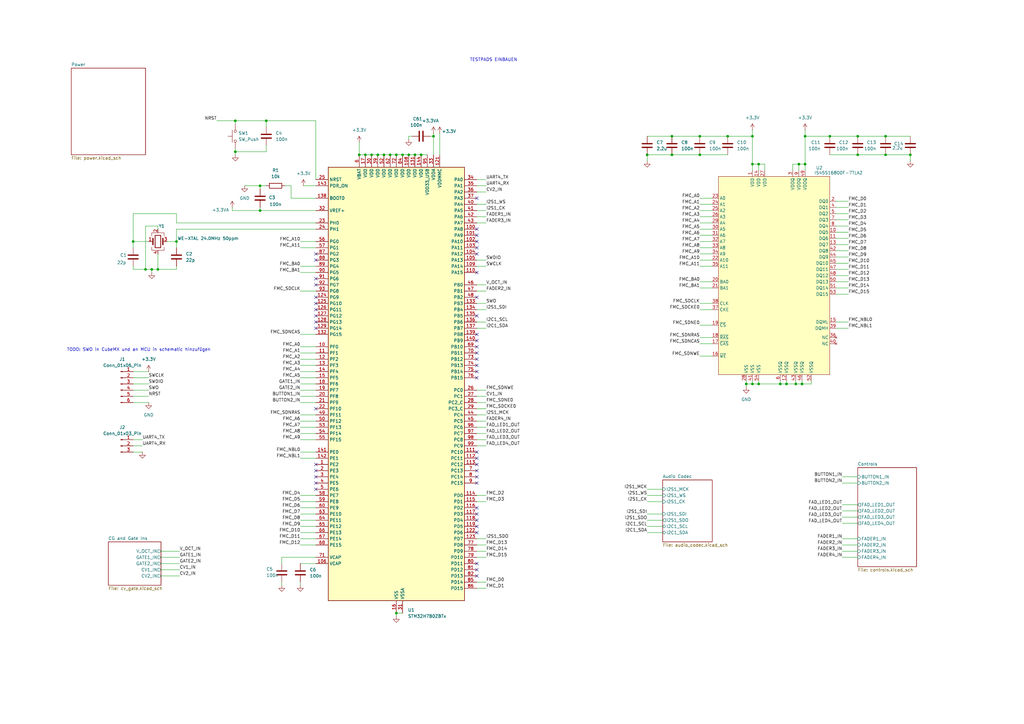
<source format=kicad_sch>
(kicad_sch (version 20231120) (generator "eeschema") (generator_version "8.0")
  (paper "A3")
  (junction (at 330.2 55.88))
  (junction (at 162.56 63.5))
  (junction (at 326.39 157.48))
  (junction (at 165.1 63.5))
  (junction (at 275.59 55.88))
  (junction (at 351.79 55.88))
  (junction (at 351.79 63.5))
  (junction (at 327.66 67.31))
  (junction (at 59.69 110.49))
  (junction (at 167.64 63.5))
  (junction (at 160.02 63.5))
  (junction (at 308.61 157.48))
  (junction (at 177.8 55.88))
  (junction (at 363.22 55.88))
  (junction (at 363.22 63.5))
  (junction (at 96.52 62.23))
  (junction (at 106.68 86.36))
  (junction (at 330.2 67.31))
  (junction (at 62.23 110.49))
  (junction (at 287.02 63.5))
  (junction (at 308.61 67.31))
  (junction (at 311.15 67.31))
  (junction (at 170.18 63.5))
  (junction (at 172.72 63.5))
  (junction (at 287.02 55.88))
  (junction (at 265.43 63.5))
  (junction (at 340.36 55.88))
  (junction (at 149.86 63.5))
  (junction (at 320.04 157.48))
  (junction (at 64.77 110.49))
  (junction (at 96.52 49.53))
  (junction (at 298.45 55.88))
  (junction (at 152.4 63.5))
  (junction (at 54.61 99.06))
  (junction (at 157.48 63.5))
  (junction (at 109.22 49.53))
  (junction (at 72.39 99.06))
  (junction (at 322.58 157.48))
  (junction (at 162.56 251.46))
  (junction (at 311.15 157.48))
  (junction (at 147.32 63.5))
  (junction (at 308.61 55.88))
  (junction (at 154.94 63.5))
  (junction (at 373.38 63.5))
  (junction (at 328.93 157.48))
  (junction (at 106.68 76.2))
  (junction (at 275.59 63.5))
  (junction (at 306.07 157.48))
  (no_connect (at 195.58 198.12))
  (no_connect (at 195.58 231.14))
  (no_connect (at 129.54 116.84))
  (no_connect (at 129.54 121.92))
  (no_connect (at 195.58 190.5))
  (no_connect (at 195.58 101.6))
  (no_connect (at 195.58 208.28))
  (no_connect (at 195.58 218.44))
  (no_connect (at 195.58 137.16))
  (no_connect (at 195.58 104.14))
  (no_connect (at 195.58 93.98))
  (no_connect (at 195.58 121.92))
  (no_connect (at 195.58 236.22))
  (no_connect (at 195.58 154.94))
  (no_connect (at 129.54 127))
  (no_connect (at 129.54 124.46))
  (no_connect (at 195.58 139.7))
  (no_connect (at 195.58 81.28))
  (no_connect (at 195.58 99.06))
  (no_connect (at 129.54 114.3))
  (no_connect (at 195.58 152.4))
  (no_connect (at 195.58 195.58))
  (no_connect (at 129.54 167.64))
  (no_connect (at 195.58 215.9))
  (no_connect (at 129.54 193.04))
  (no_connect (at 129.54 104.14))
  (no_connect (at 129.54 200.66))
  (no_connect (at 195.58 187.96))
  (no_connect (at 195.58 129.54))
  (no_connect (at 195.58 147.32))
  (no_connect (at 195.58 111.76))
  (no_connect (at 129.54 198.12))
  (no_connect (at 129.54 106.68))
  (no_connect (at 195.58 142.24))
  (no_connect (at 129.54 129.54))
  (no_connect (at 195.58 233.68))
  (no_connect (at 195.58 193.04))
  (no_connect (at 195.58 144.78))
  (no_connect (at 129.54 190.5))
  (no_connect (at 129.54 195.58))
  (no_connect (at 195.58 149.86))
  (no_connect (at 129.54 134.62))
  (no_connect (at 129.54 132.08))
  (no_connect (at 195.58 96.52))
  (no_connect (at 195.58 213.36))
  (no_connect (at 195.58 185.42))
  (no_connect (at 195.58 210.82))
  (wire (pts (xy 347.98 105.41) (xy 342.9 105.41)))
  (wire (pts (xy 129.54 86.36) (xy 106.68 86.36)))
  (wire (pts (xy 54.61 152.4) (xy 60.96 152.4)))
  (wire (pts (xy 287.02 146.05) (xy 292.1 146.05)))
  (wire (pts (xy 62.23 110.49) (xy 64.77 110.49)))
  (wire (pts (xy 287.02 86.36) (xy 292.1 86.36)))
  (wire (pts (xy 96.52 49.53) (xy 109.22 49.53)))
  (wire (pts (xy 59.69 92.71) (xy 59.69 110.49)))
  (wire (pts (xy 157.48 63.5) (xy 160.02 63.5)))
  (wire (pts (xy 342.9 134.62) (xy 347.98 134.62)))
  (wire (pts (xy 298.45 55.88) (xy 308.61 55.88)))
  (wire (pts (xy 123.19 238.76) (xy 123.19 240.03)))
  (wire (pts (xy 123.19 177.8) (xy 129.54 177.8)))
  (wire (pts (xy 308.61 156.21) (xy 308.61 157.48)))
  (wire (pts (xy 373.38 63.5) (xy 363.22 63.5)))
  (wire (pts (xy 123.19 215.9) (xy 129.54 215.9)))
  (wire (pts (xy 347.98 92.71) (xy 342.9 92.71)))
  (wire (pts (xy 154.94 63.5) (xy 157.48 63.5)))
  (wire (pts (xy 195.58 78.74) (xy 199.39 78.74)))
  (wire (pts (xy 320.04 157.48) (xy 322.58 157.48)))
  (wire (pts (xy 54.61 99.06) (xy 60.96 99.06)))
  (wire (pts (xy 328.93 157.48) (xy 332.74 157.48)))
  (wire (pts (xy 88.9 49.53) (xy 96.52 49.53)))
  (wire (pts (xy 287.02 99.06) (xy 292.1 99.06)))
  (wire (pts (xy 308.61 67.31) (xy 308.61 69.85)))
  (wire (pts (xy 195.58 241.3) (xy 199.39 241.3)))
  (wire (pts (xy 170.18 63.5) (xy 172.72 63.5)))
  (wire (pts (xy 306.07 157.48) (xy 306.07 158.75)))
  (wire (pts (xy 195.58 88.9) (xy 199.39 88.9)))
  (wire (pts (xy 342.9 132.08) (xy 347.98 132.08)))
  (wire (pts (xy 195.58 116.84) (xy 199.39 116.84)))
  (wire (pts (xy 313.69 67.31) (xy 313.69 69.85)))
  (wire (pts (xy 123.19 208.28) (xy 129.54 208.28)))
  (wire (pts (xy 160.02 63.5) (xy 162.56 63.5)))
  (wire (pts (xy 54.61 87.63) (xy 54.61 99.06)))
  (wire (pts (xy 66.04 228.6) (xy 73.66 228.6)))
  (wire (pts (xy 115.57 238.76) (xy 115.57 240.03)))
  (wire (pts (xy 311.15 157.48) (xy 320.04 157.48)))
  (wire (pts (xy 54.61 162.56) (xy 60.96 162.56)))
  (wire (pts (xy 195.58 134.62) (xy 199.39 134.62)))
  (wire (pts (xy 54.61 180.34) (xy 58.42 180.34)))
  (wire (pts (xy 195.58 167.64) (xy 199.39 167.64)))
  (wire (pts (xy 287.02 55.88) (xy 298.45 55.88)))
  (wire (pts (xy 322.58 156.21) (xy 322.58 157.48)))
  (wire (pts (xy 345.44 207.01) (xy 351.79 207.01)))
  (wire (pts (xy 123.19 154.94) (xy 129.54 154.94)))
  (wire (pts (xy 72.39 110.49) (xy 72.39 109.22)))
  (wire (pts (xy 265.43 210.82) (xy 271.78 210.82)))
  (wire (pts (xy 265.43 63.5) (xy 265.43 66.04)))
  (wire (pts (xy 287.02 81.28) (xy 292.1 81.28)))
  (wire (pts (xy 109.22 76.2) (xy 106.68 76.2)))
  (wire (pts (xy 347.98 110.49) (xy 342.9 110.49)))
  (wire (pts (xy 119.38 81.28) (xy 129.54 81.28)))
  (wire (pts (xy 96.52 63.5) (xy 96.52 62.23)))
  (wire (pts (xy 287.02 88.9) (xy 292.1 88.9)))
  (wire (pts (xy 287.02 124.46) (xy 292.1 124.46)))
  (wire (pts (xy 162.56 252.73) (xy 162.56 251.46)))
  (wire (pts (xy 195.58 132.08) (xy 199.39 132.08)))
  (wire (pts (xy 195.58 109.22) (xy 199.39 109.22)))
  (wire (pts (xy 195.58 76.2) (xy 199.39 76.2)))
  (wire (pts (xy 106.68 76.2) (xy 100.33 76.2)))
  (wire (pts (xy 54.61 165.1) (xy 60.96 165.1)))
  (wire (pts (xy 308.61 55.88) (xy 308.61 67.31)))
  (wire (pts (xy 265.43 205.74) (xy 271.78 205.74)))
  (wire (pts (xy 327.66 67.31) (xy 325.12 67.31)))
  (wire (pts (xy 106.68 86.36) (xy 95.25 86.36)))
  (wire (pts (xy 347.98 100.33) (xy 342.9 100.33)))
  (wire (pts (xy 129.54 228.6) (xy 115.57 228.6)))
  (wire (pts (xy 123.19 144.78) (xy 129.54 144.78)))
  (wire (pts (xy 351.79 55.88) (xy 340.36 55.88)))
  (wire (pts (xy 66.04 231.14) (xy 73.66 231.14)))
  (wire (pts (xy 195.58 238.76) (xy 199.39 238.76)))
  (wire (pts (xy 199.39 172.72) (xy 195.58 172.72)))
  (wire (pts (xy 180.34 54.61) (xy 180.34 63.5)))
  (wire (pts (xy 54.61 157.48) (xy 60.96 157.48)))
  (wire (pts (xy 116.84 76.2) (xy 119.38 76.2)))
  (wire (pts (xy 54.61 110.49) (xy 54.61 109.22)))
  (wire (pts (xy 123.19 165.1) (xy 129.54 165.1)))
  (wire (pts (xy 345.44 195.58) (xy 351.79 195.58)))
  (wire (pts (xy 64.77 104.14) (xy 64.77 110.49)))
  (wire (pts (xy 308.61 67.31) (xy 311.15 67.31)))
  (wire (pts (xy 59.69 110.49) (xy 62.23 110.49)))
  (wire (pts (xy 72.39 91.44) (xy 129.54 91.44)))
  (wire (pts (xy 195.58 175.26) (xy 199.39 175.26)))
  (wire (pts (xy 123.19 142.24) (xy 129.54 142.24)))
  (wire (pts (xy 342.9 87.63) (xy 347.98 87.63)))
  (wire (pts (xy 147.32 58.42) (xy 147.32 63.5)))
  (wire (pts (xy 320.04 156.21) (xy 320.04 157.48)))
  (wire (pts (xy 54.61 110.49) (xy 59.69 110.49)))
  (wire (pts (xy 345.44 209.55) (xy 351.79 209.55)))
  (wire (pts (xy 62.23 110.49) (xy 62.23 111.76)))
  (wire (pts (xy 342.9 82.55) (xy 347.98 82.55)))
  (wire (pts (xy 347.98 102.87) (xy 342.9 102.87)))
  (wire (pts (xy 54.61 154.94) (xy 60.96 154.94)))
  (wire (pts (xy 199.39 119.38) (xy 195.58 119.38)))
  (wire (pts (xy 123.19 162.56) (xy 129.54 162.56)))
  (wire (pts (xy 123.19 220.98) (xy 129.54 220.98)))
  (wire (pts (xy 66.04 233.68) (xy 73.66 233.68)))
  (wire (pts (xy 345.44 214.63) (xy 351.79 214.63)))
  (wire (pts (xy 54.61 182.88) (xy 58.42 182.88)))
  (wire (pts (xy 287.02 106.68) (xy 292.1 106.68)))
  (wire (pts (xy 195.58 160.02) (xy 199.39 160.02)))
  (wire (pts (xy 54.61 87.63) (xy 72.39 87.63)))
  (wire (pts (xy 123.19 187.96) (xy 129.54 187.96)))
  (wire (pts (xy 373.38 55.88) (xy 363.22 55.88)))
  (wire (pts (xy 287.02 83.82) (xy 292.1 83.82)))
  (wire (pts (xy 195.58 180.34) (xy 199.39 180.34)))
  (wire (pts (xy 172.72 63.5) (xy 175.26 63.5)))
  (wire (pts (xy 287.02 140.97) (xy 292.1 140.97)))
  (wire (pts (xy 123.19 185.42) (xy 129.54 185.42)))
  (wire (pts (xy 123.19 149.86) (xy 129.54 149.86)))
  (wire (pts (xy 306.07 156.21) (xy 306.07 157.48)))
  (wire (pts (xy 332.74 157.48) (xy 332.74 156.21)))
  (wire (pts (xy 306.07 157.48) (xy 308.61 157.48)))
  (wire (pts (xy 66.04 226.06) (xy 73.66 226.06)))
  (wire (pts (xy 327.66 67.31) (xy 327.66 69.85)))
  (wire (pts (xy 123.19 172.72) (xy 129.54 172.72)))
  (wire (pts (xy 265.43 218.44) (xy 271.78 218.44)))
  (wire (pts (xy 123.19 203.2) (xy 129.54 203.2)))
  (wire (pts (xy 72.39 87.63) (xy 72.39 91.44)))
  (wire (pts (xy 287.02 133.35) (xy 292.1 133.35)))
  (wire (pts (xy 162.56 63.5) (xy 165.1 63.5)))
  (wire (pts (xy 265.43 215.9) (xy 271.78 215.9)))
  (wire (pts (xy 54.61 101.6) (xy 54.61 99.06)))
  (wire (pts (xy 177.8 55.88) (xy 177.8 63.5)))
  (wire (pts (xy 287.02 96.52) (xy 292.1 96.52)))
  (wire (pts (xy 72.39 101.6) (xy 72.39 99.06)))
  (wire (pts (xy 265.43 55.88) (xy 275.59 55.88)))
  (wire (pts (xy 195.58 205.74) (xy 199.39 205.74)))
  (wire (pts (xy 109.22 59.69) (xy 109.22 62.23)))
  (wire (pts (xy 167.64 63.5) (xy 170.18 63.5)))
  (wire (pts (xy 109.22 49.53) (xy 109.22 52.07)))
  (wire (pts (xy 275.59 55.88) (xy 287.02 55.88)))
  (wire (pts (xy 275.59 63.5) (xy 287.02 63.5)))
  (wire (pts (xy 109.22 49.53) (xy 129.54 49.53)))
  (wire (pts (xy 342.9 90.17) (xy 347.98 90.17)))
  (wire (pts (xy 152.4 63.5) (xy 154.94 63.5)))
  (wire (pts (xy 123.19 210.82) (xy 129.54 210.82)))
  (wire (pts (xy 287.02 101.6) (xy 292.1 101.6)))
  (wire (pts (xy 287.02 91.44) (xy 292.1 91.44)))
  (wire (pts (xy 345.44 228.6) (xy 351.79 228.6)))
  (wire (pts (xy 66.04 236.22) (xy 73.66 236.22)))
  (wire (pts (xy 123.19 180.34) (xy 129.54 180.34)))
  (wire (pts (xy 115.57 228.6) (xy 115.57 231.14)))
  (wire (pts (xy 347.98 95.25) (xy 342.9 95.25)))
  (wire (pts (xy 328.93 156.21) (xy 328.93 157.48)))
  (wire (pts (xy 54.61 185.42) (xy 58.42 185.42)))
  (wire (pts (xy 123.19 223.52) (xy 129.54 223.52)))
  (wire (pts (xy 308.61 157.48) (xy 311.15 157.48)))
  (wire (pts (xy 345.44 220.98) (xy 351.79 220.98)))
  (wire (pts (xy 287.02 109.22) (xy 292.1 109.22)))
  (wire (pts (xy 199.39 91.44) (xy 195.58 91.44)))
  (wire (pts (xy 340.36 55.88) (xy 330.2 55.88)))
  (wire (pts (xy 195.58 73.66) (xy 199.39 73.66)))
  (wire (pts (xy 123.19 111.76) (xy 129.54 111.76)))
  (wire (pts (xy 123.19 213.36) (xy 129.54 213.36)))
  (wire (pts (xy 123.19 231.14) (xy 129.54 231.14)))
  (wire (pts (xy 129.54 160.02) (xy 123.19 160.02)))
  (wire (pts (xy 119.38 76.2) (xy 119.38 81.28)))
  (wire (pts (xy 109.22 62.23) (xy 96.52 62.23)))
  (wire (pts (xy 195.58 226.06) (xy 199.39 226.06)))
  (wire (pts (xy 72.39 93.98) (xy 129.54 93.98)))
  (wire (pts (xy 177.8 54.61) (xy 177.8 55.88)))
  (wire (pts (xy 195.58 165.1) (xy 199.39 165.1)))
  (wire (pts (xy 124.46 76.2) (xy 129.54 76.2)))
  (wire (pts (xy 311.15 67.31) (xy 313.69 67.31)))
  (wire (pts (xy 96.52 49.53) (xy 96.52 50.8)))
  (wire (pts (xy 330.2 69.85) (xy 330.2 67.31)))
  (wire (pts (xy 363.22 63.5) (xy 351.79 63.5)))
  (wire (pts (xy 165.1 63.5) (xy 167.64 63.5)))
  (wire (pts (xy 345.44 212.09) (xy 351.79 212.09)))
  (wire (pts (xy 311.15 156.21) (xy 311.15 157.48)))
  (wire (pts (xy 123.19 175.26) (xy 129.54 175.26)))
  (wire (pts (xy 287.02 104.14) (xy 292.1 104.14)))
  (wire (pts (xy 287.02 63.5) (xy 298.45 63.5)))
  (wire (pts (xy 162.56 251.46) (xy 165.1 251.46)))
  (wire (pts (xy 195.58 124.46) (xy 199.39 124.46)))
  (wire (pts (xy 147.32 63.5) (xy 149.86 63.5)))
  (wire (pts (xy 195.58 182.88) (xy 199.39 182.88)))
  (wire (pts (xy 195.58 83.82) (xy 199.39 83.82)))
  (wire (pts (xy 195.58 220.98) (xy 199.39 220.98)))
  (wire (pts (xy 326.39 157.48) (xy 328.93 157.48)))
  (wire (pts (xy 195.58 162.56) (xy 199.39 162.56)))
  (wire (pts (xy 287.02 118.11) (xy 292.1 118.11)))
  (wire (pts (xy 96.52 60.96) (xy 96.52 62.23)))
  (wire (pts (xy 342.9 115.57) (xy 347.98 115.57)))
  (wire (pts (xy 325.12 67.31) (xy 325.12 69.85)))
  (wire (pts (xy 123.19 109.22) (xy 129.54 109.22)))
  (wire (pts (xy 106.68 85.09) (xy 106.68 86.36)))
  (wire (pts (xy 123.19 137.16) (xy 129.54 137.16)))
  (wire (pts (xy 265.43 213.36) (xy 271.78 213.36)))
  (wire (pts (xy 347.98 107.95) (xy 342.9 107.95)))
  (wire (pts (xy 195.58 177.8) (xy 199.39 177.8)))
  (wire (pts (xy 265.43 200.66) (xy 271.78 200.66)))
  (wire (pts (xy 347.98 113.03) (xy 342.9 113.03)))
  (wire (pts (xy 64.77 92.71) (xy 64.77 93.98)))
  (wire (pts (xy 265.43 203.2) (xy 271.78 203.2)))
  (wire (pts (xy 287.02 115.57) (xy 292.1 115.57)))
  (wire (pts (xy 68.58 99.06) (xy 72.39 99.06)))
  (wire (pts (xy 342.9 118.11) (xy 347.98 118.11)))
  (wire (pts (xy 195.58 127) (xy 199.39 127)))
  (wire (pts (xy 342.9 120.65) (xy 347.98 120.65)))
  (wire (pts (xy 123.19 119.38) (xy 129.54 119.38)))
  (wire (pts (xy 345.44 198.12) (xy 351.79 198.12)))
  (wire (pts (xy 123.19 101.6) (xy 129.54 101.6)))
  (wire (pts (xy 330.2 67.31) (xy 327.66 67.31)))
  (wire (pts (xy 72.39 93.98) (xy 72.39 99.06)))
  (wire (pts (xy 123.19 99.06) (xy 129.54 99.06)))
  (wire (pts (xy 123.19 205.74) (xy 129.54 205.74)))
  (wire (pts (xy 345.44 223.52) (xy 351.79 223.52)))
  (wire (pts (xy 176.53 55.88) (xy 177.8 55.88)))
  (wire (pts (xy 308.61 55.88) (xy 308.61 53.34)))
  (wire (pts (xy 351.79 63.5) (xy 340.36 63.5)))
  (wire (pts (xy 345.44 226.06) (xy 351.79 226.06)))
  (wire (pts (xy 373.38 63.5) (xy 373.38 66.04)))
  (wire (pts (xy 195.58 203.2) (xy 199.39 203.2)))
  (wire (pts (xy 167.64 55.88) (xy 168.91 55.88)))
  (wire (pts (xy 347.98 97.79) (xy 342.9 97.79)))
  (wire (pts (xy 195.58 228.6) (xy 199.39 228.6)))
  (wire (pts (xy 54.61 160.02) (xy 60.96 160.02)))
  (wire (pts (xy 322.58 157.48) (xy 326.39 157.48)))
  (wire (pts (xy 311.15 67.31) (xy 311.15 69.85)))
  (wire (pts (xy 95.25 85.09) (xy 95.25 86.36)))
  (wire (pts (xy 195.58 106.68) (xy 199.39 106.68)))
  (wire (pts (xy 64.77 92.71) (xy 59.69 92.71)))
  (wire (pts (xy 123.19 170.18) (xy 129.54 170.18)))
  (wire (pts (xy 195.58 86.36) (xy 199.39 86.36)))
  (wire (pts (xy 123.19 152.4) (xy 129.54 152.4)))
  (wire (pts (xy 265.43 63.5) (xy 275.59 63.5)))
  (wire (pts (xy 149.86 63.5) (xy 152.4 63.5)))
  (wire (pts (xy 64.77 110.49) (xy 72.39 110.49)))
  (wire (pts (xy 123.19 218.44) (xy 129.54 218.44)))
  (wire (pts (xy 195.58 170.18) (xy 199.39 170.18)))
  (wire (pts (xy 123.19 147.32) (xy 129.54 147.32)))
  (wire (pts (xy 195.58 223.52) (xy 199.39 223.52)))
  (wire (pts (xy 287.02 93.98) (xy 292.1 93.98)))
  (wire (pts (xy 129.54 49.53) (xy 129.54 73.66)))
  (wire (pts (xy 167.64 57.15) (xy 167.64 55.88)))
  (wire (pts (xy 330.2 55.88) (xy 330.2 53.34)))
  (wire (pts (xy 342.9 85.09) (xy 347.98 85.09)))
  (wire (pts (xy 287.02 127) (xy 292.1 127)))
  (wire (pts (xy 363.22 55.88) (xy 351.79 55.88)))
  (wire (pts (xy 330.2 55.88) (xy 330.2 67.31)))
  (wire (pts (xy 326.39 156.21) (xy 326.39 157.48)))
  (wire (pts (xy 129.54 157.48) (xy 123.19 157.48)))
  (wire (pts (xy 106.68 77.47) (xy 106.68 76.2)))
  (wire (pts (xy 287.02 138.43) (xy 292.1 138.43)))
  (text "TESTPADS EINBAUEN" (at 202.438 24.638 0) (effects (font (size 1.27 1.27))))
  (text "TODO: SWO in CubeMX und an MCU in schematic hinzufügen" (at 56.896 143.51 0) (effects (font (size 1.27 1.27))))
  (label "FADER1_IN" (at 345.44 220.98 180))
  (label "FMC_SDNCAS" (at 287.02 140.97 180))
  (label "FMC_NBL0" (at 123.19 185.42 180))
  (label "I2C1_SCL" (at 199.39 132.08 0))
  (label "FMC_A2" (at 287.02 86.36 180))
  (label "CV2_IN" (at 73.66 236.22 0))
  (label "FMC_A8" (at 287.02 101.6 180))
  (label "UART4_TX" (at 58.42 180.34 0))
  (label "I2S1_WS" (at 265.43 203.2 180))
  (label "UART4_RX" (at 199.39 76.2 0))
  (label "BUTTON1_IN" (at 123.19 162.56 180))
  (label "CV1_IN" (at 199.39 162.56 0))
  (label "FMC_D11" (at 123.19 220.98 180))
  (label "FMC_D5" (at 123.19 205.74 180))
  (label "FADER1_IN" (at 199.39 88.9 0))
  (label "FMC_A5" (at 287.02 93.98 180))
  (label "FMC_A0" (at 123.19 142.24 180))
  (label "FADER4_IN" (at 199.39 172.72 0))
  (label "I2S1_MCK" (at 199.39 170.18 0))
  (label "SWO" (at 199.39 124.46 0))
  (label "FMC_D2" (at 347.98 87.63 0))
  (label "FMC_A3" (at 123.19 149.86 180))
  (label "FMC_A10" (at 123.19 99.06 180))
  (label "FAD_LED3_OUT" (at 199.39 180.34 0))
  (label "FAD_LED1_OUT" (at 345.44 207.01 180))
  (label "FMC_D4" (at 347.98 92.71 0))
  (label "FMC_D9" (at 123.19 215.9 180))
  (label "FMC_SDCLK" (at 123.19 119.38 180))
  (label "SWCLK" (at 199.39 109.22 0))
  (label "NRST" (at 60.96 162.56 0))
  (label "FMC_D13" (at 199.39 223.52 0))
  (label "FMC_D10" (at 347.98 107.95 0))
  (label "FMC_D4" (at 123.19 203.2 180))
  (label "FMC_A2" (at 123.19 147.32 180))
  (label "FMC_A1" (at 287.02 83.82 180))
  (label "FMC_A6" (at 287.02 96.52 180))
  (label "FMC_BA0" (at 123.19 109.22 180))
  (label "FMC_A9" (at 287.02 104.14 180))
  (label "FMC_D6" (at 123.19 208.28 180))
  (label "FAD_LED1_OUT" (at 199.39 175.26 0))
  (label "BUTTON2_IN" (at 345.44 198.12 180))
  (label "SWCLK" (at 60.96 154.94 0))
  (label "I2S1_SDO" (at 199.39 220.98 0))
  (label "FMC_SDNWE" (at 287.02 146.05 180))
  (label "UART4_TX" (at 199.39 73.66 0))
  (label "FMC_D6" (at 347.98 97.79 0))
  (label "I2C1_SDA" (at 199.39 134.62 0))
  (label "FMC_D7" (at 123.19 210.82 180))
  (label "FMC_D3" (at 347.98 90.17 0))
  (label "FMC_D9" (at 347.98 105.41 0))
  (label "SWDIO" (at 60.96 157.48 0))
  (label "FMC_D12" (at 123.19 223.52 180))
  (label "FMC_NBL0" (at 347.98 132.08 0))
  (label "FMC_D5" (at 347.98 95.25 0))
  (label "FMC_D12" (at 347.98 113.03 0))
  (label "FMC_SDNRAS" (at 123.19 170.18 180))
  (label "FMC_A10" (at 287.02 106.68 180))
  (label "BUTTON1_IN" (at 345.44 195.58 180))
  (label "GATE2_IN" (at 123.19 160.02 180))
  (label "FMC_A5" (at 123.19 154.94 180))
  (label "FMC_A8" (at 123.19 177.8 180))
  (label "GATE1_IN" (at 73.66 228.6 0))
  (label "FMC_D2" (at 199.39 203.2 0))
  (label "FMC_SDCKE0" (at 287.02 127 180))
  (label "FMC_D10" (at 123.19 218.44 180))
  (label "NRST" (at 88.9 49.53 180))
  (label "FMC_D8" (at 347.98 102.87 0))
  (label "GATE2_IN" (at 73.66 231.14 0))
  (label "FADER3_IN" (at 345.44 226.06 180))
  (label "UART4_RX" (at 58.42 182.88 0))
  (label "FMC_A4" (at 287.02 91.44 180))
  (label "FMC_D7" (at 347.98 100.33 0))
  (label "I2S1_SDI" (at 265.43 210.82 180))
  (label "FMC_D0" (at 347.98 82.55 0))
  (label "FADER3_IN" (at 199.39 91.44 0))
  (label "FMC_D11" (at 347.98 110.49 0))
  (label "FMC_D3" (at 199.39 205.74 0))
  (label "FMC_D1" (at 199.39 241.3 0))
  (label "FMC_SDCKE0" (at 199.39 167.64 0))
  (label "FAD_LED3_OUT" (at 345.44 212.09 180))
  (label "FMC_D15" (at 199.39 228.6 0))
  (label "FMC_A7" (at 123.19 175.26 180))
  (label "FMC_BA1" (at 287.02 118.11 180))
  (label "FMC_SDCLK" (at 287.02 124.46 180))
  (label "FMC_BA0" (at 287.02 115.57 180))
  (label "I2S1_SDO" (at 265.43 213.36 180))
  (label "FMC_NBL1" (at 347.98 134.62 0))
  (label "FADER2_IN" (at 345.44 223.52 180))
  (label "FMC_SDNWE" (at 199.39 160.02 0))
  (label "GATE1_IN" (at 123.19 157.48 180))
  (label "V_OCT_IN" (at 199.39 116.84 0))
  (label "FMC_A4" (at 123.19 152.4 180))
  (label "FADER4_IN" (at 345.44 228.6 180))
  (label "FMC_SDNE0" (at 287.02 133.35 180))
  (label "I2S1_CK" (at 199.39 86.36 0))
  (label "FMC_A11" (at 287.02 109.22 180))
  (label "SWDIO" (at 199.39 106.68 0))
  (label "FMC_SDNE0" (at 199.39 165.1 0))
  (label "I2S1_SDI" (at 199.39 127 0))
  (label "SWO" (at 60.96 160.02 0))
  (label "FMC_D1" (at 347.98 85.09 0))
  (label "FMC_A6" (at 123.19 172.72 180))
  (label "BUTTON2_IN" (at 123.19 165.1 180))
  (label "FAD_LED2_OUT" (at 199.39 177.8 0))
  (label "I2C1_SDA" (at 265.43 218.44 180))
  (label "FMC_A0" (at 287.02 81.28 180))
  (label "FMC_D13" (at 347.98 115.57 0))
  (label "FMC_D0" (at 199.39 238.76 0))
  (label "FMC_D15" (at 347.98 120.65 0))
  (label "I2C1_SCL" (at 265.43 215.9 180))
  (label "CV1_IN" (at 73.66 233.68 0))
  (label "FMC_A9" (at 123.19 180.34 180))
  (label "FAD_LED4_OUT" (at 345.44 214.63 180))
  (label "FAD_LED2_OUT" (at 345.44 209.55 180))
  (label "FMC_D8" (at 123.19 213.36 180))
  (label "FMC_SDNRAS" (at 287.02 138.43 180))
  (label "CV2_IN" (at 199.39 78.74 0))
  (label "I2S1_WS" (at 199.39 83.82 0))
  (label "FMC_A11" (at 123.19 101.6 180))
  (label "FMC_A3" (at 287.02 88.9 180))
  (label "FAD_LED4_OUT" (at 199.39 182.88 0))
  (label "FMC_A1" (at 123.19 144.78 180))
  (label "FMC_BA1" (at 123.19 111.76 180))
  (label "FMC_SDNCAS" (at 123.19 137.16 180))
  (label "FMC_NBL1" (at 123.19 187.96 180))
  (label "FMC_A7" (at 287.02 99.06 180))
  (label "FMC_D14" (at 347.98 118.11 0))
  (label "V_OCT_IN" (at 73.66 226.06 0))
  (label "I2S1_CK" (at 265.43 205.74 180))
  (label "FMC_D14" (at 199.39 226.06 0))
  (label "FADER2_IN" (at 199.39 119.38 0))
  (label "I2S1_MCK" (at 265.43 200.66 180))
  (symbol (lib_id "power:+3.3V") (at 308.61 53.34 0) (unit 1)
    (property "Reference" "#PWR017" (effects (hide yes)))
    (property "Value" "+3.3V" (at 308.61 48.26 0))
    (property "Description" "Power symbol creates a global label with name \"+3.3V\"" (effects (hide yes)))
  )
  (symbol (lib_id "Device:C") (at 373.38 59.69 0) (mirror y) (unit 1)
    (property "Reference" "C14" (at 370.586 58.928 0) (effects (justify left)))
    (property "Value" "2.2u" (at 370.332 60.706 0) (effects (justify left)))
    (property "Footprint" "Capacitor_SMD:C_0603_1608Metric" (effects (hide yes)))
    (property "Description" "Unpolarized capacitor" (effects (hide yes)))
    (property "Manufacturer_Name" " Samsung Electro-Mechanics " (effects (hide yes)))
    (property "Manufacturer_Part_Number" "CL10A225KP8NNWC " (effects (hide yes)))
    (property "Mouser Part Number" "187-CL10A225KP8NNWC " (effects (hide yes)))
  )
  (symbol (lib_id "Device:Crystal_GND24") (at 64.77 99.06 0) (unit 1)
    (property "Reference" "Y1" (at 66.294 92.71 0))
    (property "Value" "WE-XTAL 24.0MHz 50ppm" (at 85.344 97.79 0))
    (property "Footprint" "Crystal:Crystal_SMD_3225-4Pin_3.2x2.5mm_HandSoldering" (effects (hide yes)))
    (property "Description" "Four pin crystal, GND on pins 2 and 4" (effects (hide yes)))
    (property "Manufacturer_Name" "Wurth Elektronik" (effects (hide yes)))
    (property "Manufacturer_Part_Number" "830064703 " (effects (hide yes)))
    (property "Mouser Part Number" " 710-830064703 " (effects (hide yes)))
  )
  (symbol (lib_id "power:GND") (at 265.43 66.04 0) (unit 1)
    (property "Reference" "#PWR015" (effects (hide yes)))
    (property "Value" "GND" (effects (hide yes)))
    (property "Description" "Power symbol creates a global label with name \"GND\" , ground" (effects (hide yes)))
  )
  (symbol (lib_id "power:GND") (at 58.42 185.42 0) (unit 1)
    (property "Reference" "#PWR01" (effects (hide yes)))
    (property "Value" "GND" (effects (hide yes)))
    (property "Description" "Power symbol creates a global label with name \"GND\" , ground" (effects (hide yes)))
  )
  (symbol (lib_id "power:+3.3V") (at 147.32 58.42 0) (unit 1)
    (property "Reference" "#PWR011" (effects (hide yes)))
    (property "Value" "+3.3V" (at 147.32 53.34 0))
    (property "Description" "Power symbol creates a global label with name \"+3.3V\"" (effects (hide yes)))
  )
  (symbol (lib_id "Device:C") (at 106.68 81.28 0) (unit 1)
    (property "Reference" "C3" (at 110.236 81.026 0) (effects (justify left)))
    (property "Value" "100n" (at 110.49 83.82 0) (effects (justify left)))
    (property "Footprint" "Capacitor_SMD:C_0603_1608Metric" (effects (hide yes)))
    (property "Description" "Unpolarized capacitor" (effects (hide yes)))
    (property "Manufacturer_Name" "KYOCERA AVX " (effects (hide yes)))
    (property "Manufacturer_Part_Number" "KAF15BR72A104KT" (effects (hide yes)))
    (property "Mouser Part Number" "581-KAF15BR72A104KT" (effects (hide yes)))
  )
  (symbol (lib_id "power:GND") (at 60.96 165.1 0) (unit 1)
    (property "Reference" "#PWR03" (effects (hide yes)))
    (property "Value" "GND" (at 60.96 170.18 0))
    (property "Description" "Power symbol creates a global label with name \"GND\" , ground" (effects (hide yes)))
  )
  (symbol (lib_id "power:GND") (at 96.52 63.5 0) (unit 1)
    (property "Reference" "#PWR06" (effects (hide yes)))
    (property "Value" "GND" (effects (hide yes)))
    (property "Description" "Power symbol creates a global label with name \"GND\" , ground" (effects (hide yes)))
  )
  (symbol (lib_id "power:GND") (at 123.19 240.03 0) (unit 1)
    (property "Reference" "#PWR09" (effects (hide yes)))
    (property "Value" "GND" (effects (hide yes)))
    (property "Description" "Power symbol creates a global label with name \"GND\" , ground" (effects (hide yes)))
  )
  (symbol (lib_id "Device:C") (at 72.39 105.41 0) (unit 1)
    (property "Reference" "C2" (at 76.2 104.1399 0) (effects (justify left)))
    (property "Value" "22p" (at 76.2 106.6799 0) (effects (justify left)))
    (property "Footprint" "Capacitor_SMD:C_0603_1608Metric" (effects (hide yes)))
    (property "Description" "Unpolarized capacitor" (effects (hide yes)))
    (property "Manufacturer_Name" " KEMET " (effects (hide yes)))
    (property "Manufacturer_Part_Number" " C0603C220J1GACTU" (effects (hide yes)))
    (property "Mouser Part Number" " 80-C0603C220J1G" (effects (hide yes)))
  )
  (symbol (lib_id "Device:C") (at 109.22 55.88 0) (unit 1)
    (property "Reference" "C4" (at 113.03 54.6099 0) (effects (justify left)))
    (property "Value" "100n" (at 113.03 57.1499 0) (effects (justify left)))
    (property "Footprint" "Capacitor_SMD:C_0603_1608Metric" (effects (hide yes)))
    (property "Description" "Unpolarized capacitor" (effects (hide yes)))
    (property "Manufacturer_Name" "KYOCERA AVX " (effects (hide yes)))
    (property "Manufacturer_Part_Number" "KAF15BR72A104KT" (effects (hide yes)))
    (property "Mouser Part Number" "581-KAF15BR72A104KT" (effects (hide yes)))
  )
  (symbol (lib_id "Device:C") (at 54.61 105.41 0) (unit 1)
    (property "Reference" "C1" (at 49.276 104.648 0) (effects (justify left)))
    (property "Value" "22p" (at 48.006 107.696 0) (effects (justify left)))
    (property "Footprint" "Capacitor_SMD:C_0603_1608Metric" (effects (hide yes)))
    (property "Description" "Unpolarized capacitor" (effects (hide yes)))
    (property "Manufacturer_Name" " KEMET " (effects (hide yes)))
    (property "Manufacturer_Part_Number" " C0603C220J1GACTU" (effects (hide yes)))
    (property "Mouser Part Number" " 80-C0603C220J1G" (effects (hide yes)))
  )
  (symbol (lib_id "Eurorack_components:IS45S16800F-7TLA2") (at 317.5 111.76 0) (unit 1)
    (property "Reference" "U2" (at 336.042 68.834 0))
    (property "Value" "IS45S16800F-7TLA2" (at 343.916 70.866 0))
    (property "Footprint" "Eurorack:SOP80P1176X120-54N" (effects (hide yes)))
    (property "Datasheet" "https://eu.mouser.com/datasheet/2/198/42_45S81600F_16800F-258526.pdf" (effects (hide yes)))
    (property "Description" "128MBit SDRAM 2M x16 x4 Banks" (effects (hide yes)))
    (property "Manufacturer_Name" " ISSI " (effects (hide yes)))
    (property "Manufacturer_Part_Number" "IS45S16800F-7TLA2" (effects (hide yes)))
    (property "Mouser Part Number" " 870-IS45S16800F7TLA2 " (effects (hide yes)))
  )
  (symbol (lib_id "power:GND") (at 162.56 252.73 0) (unit 1)
    (property "Reference" "#PWR012" (effects (hide yes)))
    (property "Value" "GND" (effects (hide yes)))
    (property "Description" "Power symbol creates a global label with name \"GND\" , ground" (effects (hide yes)))
  )
  (symbol (lib_id "power:GND") (at 62.23 111.76 0) (unit 1)
    (property "Reference" "#PWR04" (effects (hide yes)))
    (property "Value" "GND" (effects (hide yes)))
    (property "Description" "Power symbol creates a global label with name \"GND\" , ground" (effects (hide yes)))
  )
  (symbol (lib_id "power:GND") (at 373.38 66.04 0) (mirror y) (unit 1)
    (property "Reference" "#PWR019" (effects (hide yes)))
    (property "Value" "GND" (effects (hide yes)))
    (property "Description" "Power symbol creates a global label with name \"GND\" , ground" (effects (hide yes)))
  )
  (symbol (lib_id "power:+3.3VA") (at 95.25 85.09 0) (unit 1)
    (property "Reference" "#PWR05" (effects (hide yes)))
    (property "Value" "+3.3VA" (at 90.424 86.106 0))
    (property "Description" "Power symbol creates a global label with name \"+3.3VA\"" (effects (hide yes)))
  )
  (symbol (lib_id "Device:C") (at 287.02 59.69 0) (unit 1)
    (property "Reference" "C9" (at 290.83 58.4199 0) (effects (justify left)))
    (property "Value" "100n" (at 290.83 60.9599 0) (effects (justify left)))
    (property "Footprint" "Capacitor_SMD:C_0603_1608Metric" (effects (hide yes)))
    (property "Description" "Unpolarized capacitor" (effects (hide yes)))
    (property "Manufacturer_Name" "KYOCERA AVX " (effects (hide yes)))
    (property "Manufacturer_Part_Number" "KAF15BR72A104KT" (effects (hide yes)))
    (property "Mouser Part Number" "581-KAF15BR72A104KT" (effects (hide yes)))
  )
  (symbol (lib_id "Device:C") (at 340.36 59.69 0) (mirror y) (unit 1)
    (property "Reference" "C11" (at 336.55 58.4199 0) (effects (justify left)))
    (property "Value" "100n" (at 336.55 60.9599 0) (effects (justify left)))
    (property "Footprint" "Capacitor_SMD:C_0603_1608Metric" (effects (hide yes)))
    (property "Description" "Unpolarized capacitor" (effects (hide yes)))
    (property "Manufacturer_Name" "KYOCERA AVX " (effects (hide yes)))
    (property "Manufacturer_Part_Number" "KAF15BR72A104KT" (effects (hide yes)))
    (property "Mouser Part Number" "581-KAF15BR72A104KT" (effects (hide yes)))
  )
  (symbol (lib_id "power:GND") (at 115.57 240.03 0) (unit 1)
    (property "Reference" "#PWR08" (effects (hide yes)))
    (property "Value" "GND" (effects (hide yes)))
    (property "Description" "Power symbol creates a global label with name \"GND\" , ground" (effects (hide yes)))
  )
  (symbol (lib_id "Device:C") (at 298.45 59.69 0) (unit 1)
    (property "Reference" "C10" (at 302.26 58.4199 0) (effects (justify left)))
    (property "Value" "100n" (at 302.26 60.9599 0) (effects (justify left)))
    (property "Footprint" "Capacitor_SMD:C_0603_1608Metric" (effects (hide yes)))
    (property "Description" "Unpolarized capacitor" (effects (hide yes)))
    (property "Manufacturer_Name" "KYOCERA AVX " (effects (hide yes)))
    (property "Manufacturer_Part_Number" "KAF15BR72A104KT" (effects (hide yes)))
    (property "Mouser Part Number" "581-KAF15BR72A104KT" (effects (hide yes)))
  )
  (symbol (lib_id "power:+3.3V") (at 180.34 54.61 0) (unit 1)
    (property "Reference" "#PWR014" (effects (hide yes)))
    (property "Value" "+3.3V" (at 184.15 53.848 0))
    (property "Description" "Power symbol creates a global label with name \"+3.3V\"" (effects (hide yes)))
  )
  (symbol (lib_id "Connector:Conn_01x03_Pin") (at 49.53 182.88 0) (unit 1)
    (property "Reference" "J2" (at 50.165 175.26 0))
    (property "Value" "Conn_01x03_Pin" (at 50.165 177.8 0))
    (property "Footprint" "Connector_PinHeader_2.54mm:PinHeader_1x03_P2.54mm_Vertical" (effects (hide yes)))
    (property "Description" "Generic connector, single row, 01x03, script generated" (effects (hide yes)))
  )
  (symbol (lib_id "Device:C") (at 351.79 59.69 0) (mirror y) (unit 1)
    (property "Reference" "C12" (at 347.98 58.4199 0) (effects (justify left)))
    (property "Value" "100n" (at 347.98 60.9599 0) (effects (justify left)))
    (property "Footprint" "Capacitor_SMD:C_0603_1608Metric" (effects (hide yes)))
    (property "Description" "Unpolarized capacitor" (effects (hide yes)))
    (property "Manufacturer_Name" "KYOCERA AVX " (effects (hide yes)))
    (property "Manufacturer_Part_Number" "KAF15BR72A104KT" (effects (hide yes)))
    (property "Mouser Part Number" "581-KAF15BR72A104KT" (effects (hide yes)))
  )
  (symbol (lib_id "power:GND") (at 167.64 57.15 0) (unit 1)
    (property "Reference" "#PWR0106" (effects (hide yes)))
    (property "Value" "GND" (effects (hide yes)))
    (property "Description" "Power symbol creates a global label with name \"GND\" , ground" (effects (hide yes)))
  )
  (symbol (lib_id "power:GND") (at 100.33 76.2 0) (unit 1)
    (property "Reference" "#PWR07" (effects (hide yes)))
    (property "Value" "GND" (at 100.33 81.28 0))
    (property "Description" "Power symbol creates a global label with name \"GND\" , ground" (effects (hide yes)))
  )
  (symbol (lib_id "power:+3.3V") (at 330.2 53.34 0) (mirror y) (unit 1)
    (property "Reference" "#PWR018" (effects (hide yes)))
    (property "Value" "+3.3V" (at 330.2 48.26 0))
    (property "Description" "Power symbol creates a global label with name \"+3.3V\"" (effects (hide yes)))
  )
  (symbol (lib_id "Device:C") (at 115.57 234.95 180) (unit 1)
    (property "Reference" "C5" (at 109.22 233.426 0) (effects (justify right)))
    (property "Value" "100n" (at 109.22 235.966 0) (effects (justify right)))
    (property "Footprint" "Capacitor_SMD:C_0603_1608Metric" (effects (hide yes)))
    (property "Description" "Unpolarized capacitor" (effects (hide yes)))
    (property "Manufacturer_Name" "KYOCERA AVX " (effects (hide yes)))
    (property "Manufacturer_Part_Number" "KAF15BR72A104KT" (effects (hide yes)))
    (property "Mouser Part Number" "581-KAF15BR72A104KT" (effects (hide yes)))
  )
  (symbol (lib_id "power:+3.3V") (at 124.46 76.2 0) (unit 1)
    (property "Reference" "#PWR010" (effects (hide yes)))
    (property "Value" "+3.3V" (at 124.46 71.12 0))
    (property "Description" "Power symbol creates a global label with name \"+3.3V\"" (effects (hide yes)))
  )
  (symbol (lib_id "Switch:SW_Push") (at 96.52 55.88 90) (unit 1)
    (property "Reference" "SW1" (at 97.79 54.6099 90) (effects (justify right)))
    (property "Value" "SW_Push" (at 97.79 57.1499 90) (effects (justify right)))
    (property "Footprint" "Eurorack:TS046643BK100SMT" (effects (hide yes)))
    (property "Datasheet" "https://eu.mouser.com/datasheet/2/1628/ts04-3511092.pdf" (effects (hide yes)))
    (property "Description" "Push button switch, generic, two pins" (effects (hide yes)))
    (property "Manufacturer_Name" "Same Sky" (effects (hide yes)))
    (property "Manufacturer_Part_Number" " TS04-66-43-BK-100-SMT " (effects (hide yes)))
    (property "Mouser Part Number" "179-TS046643BK100SMT" (effects (hide yes)))
  )
  (symbol (lib_id "Connector:Conn_01x06_Pin") (at 49.53 157.48 0) (unit 1)
    (property "Reference" "J1" (at 50.165 147.32 0))
    (property "Value" "Conn_01x06_Pin" (at 50.165 149.86 0))
    (property "Footprint" "Connector_PinHeader_2.54mm:PinHeader_1x06_P2.54mm_Vertical" (effects (hide yes)))
    (property "Description" "Generic connector, single row, 01x06, script generated" (effects (hide yes)))
  )
  (symbol (lib_id "Device:C") (at 265.43 59.69 0) (unit 1)
    (property "Reference" "C7" (at 269.24 58.4199 0) (effects (justify left)))
    (property "Value" "2.2u" (at 269.24 60.9599 0) (effects (justify left)))
    (property "Footprint" "Capacitor_SMD:C_0603_1608Metric" (effects (hide yes)))
    (property "Description" "Unpolarized capacitor" (effects (hide yes)))
    (property "Manufacturer_Name" " Samsung Electro-Mechanics " (effects (hide yes)))
    (property "Manufacturer_Part_Number" "CL10A225KP8NNWC " (effects (hide yes)))
    (property "Mouser Part Number" "187-CL10A225KP8NNWC " (effects (hide yes)))
  )
  (symbol (lib_id "power:+3.3V") (at 60.96 152.4 0) (unit 1)
    (property "Reference" "#PWR02" (effects (hide yes)))
    (property "Value" "+3.3V" (at 60.96 147.32 0))
    (property "Description" "Power symbol creates a global label with name \"+3.3V\"" (effects (hide yes)))
  )
  (symbol (lib_id "Device:C") (at 123.19 234.95 180) (unit 1)
    (property "Reference" "C6" (at 127 233.6799 0) (effects (justify right)))
    (property "Value" "100n" (at 127 236.2199 0) (effects (justify right)))
    (property "Footprint" "Capacitor_SMD:C_0603_1608Metric" (effects (hide yes)))
    (property "Description" "Unpolarized capacitor" (effects (hide yes)))
    (property "Manufacturer_Name" "KYOCERA AVX " (effects (hide yes)))
    (property "Manufacturer_Part_Number" "KAF15BR72A104KT" (effects (hide yes)))
    (property "Mouser Part Number" "581-KAF15BR72A104KT" (effects (hide yes)))
  )
  (symbol (lib_id "power:GND") (at 306.07 158.75 0) (unit 1)
    (property "Reference" "#PWR016" (effects (hide yes)))
    (property "Value" "GND" (at 306.07 163.83 0))
    (property "Description" "Power symbol creates a global label with name \"GND\" , ground" (effects (hide yes)))
  )
  (symbol (lib_id "Device:C") (at 363.22 59.69 0) (mirror y) (unit 1)
    (property "Reference" "C13" (at 359.41 58.4199 0) (effects (justify left)))
    (property "Value" "100n" (at 359.41 60.9599 0) (effects (justify left)))
    (property "Footprint" "Capacitor_SMD:C_0603_1608Metric" (effects (hide yes)))
    (property "Description" "Unpolarized capacitor" (effects (hide yes)))
    (property "Manufacturer_Name" "KYOCERA AVX " (effects (hide yes)))
    (property "Manufacturer_Part_Number" "KAF15BR72A104KT" (effects (hide yes)))
    (property "Mouser Part Number" "581-KAF15BR72A104KT" (effects (hide yes)))
  )
  (symbol (lib_id "power:+3.3VA") (at 177.8 54.61 0) (unit 1)
    (property "Reference" "#PWR013" (effects (hide yes)))
    (property "Value" "+3.3VA" (at 176.53 49.53 0))
    (property "Description" "Power symbol creates a global label with name \"+3.3VA\"" (effects (hide yes)))
  )
  (symbol (lib_id "MCU_ST_STM32H7:STM32H7B0ZBTx") (at 162.56 157.48 0) (unit 1)
    (property "Reference" "U1" (at 167.2941 250.19 0) (effects (justify left)))
    (property "Value" "STM32H7B0ZBTx" (at 167.2941 252.73 0) (effects (justify left)))
    (property "Footprint" "Package_QFP:LQFP-144_20x20mm_P0.5mm" (effects (hide yes)))
    (property "Datasheet" "https://www.st.com/resource/en/datasheet/stm32h7b0zb.pdf" (effects (hide yes)))
    (property "Description" "STMicroelectronics Arm Cortex-M7 MCU, 128KB flash, 1184KB RAM, 280 MHz, 1.62-3.6V, 114 GPIO, LQFP144" (effects (hide yes)))
    (property "Manufacturer_Name" "STMicroelectronics" (effects (hide yes)))
    (property "Manufacturer_Part_Number" "STM32H7B0ZBT6 " (effects (hide yes)))
    (property "Mouser Part Number" " 511-STM32H7B0ZBT6 " (effects (hide yes)))
  )
  (symbol (lib_id "Device:C") (at 172.72 55.88 270) (unit 1)
    (property "Reference" "C61" (at 173.228 48.768 90) (effects (justify right)))
    (property "Value" "100n" (at 173.228 51.308 90) (effects (justify right)))
    (property "Footprint" "Capacitor_SMD:C_0603_1608Metric" (effects (hide yes)))
    (property "Description" "Unpolarized capacitor" (effects (hide yes)))
    (property "Manufacturer_Name" "KYOCERA AVX " (effects (hide yes)))
    (property "Manufacturer_Part_Number" "KAF15BR72A104KT" (effects (hide yes)))
    (property "Mouser Part Number" "581-KAF15BR72A104KT" (effects (hide yes)))
  )
  (symbol (lib_id "Device:C") (at 275.59 59.69 0) (unit 1)
    (property "Reference" "C8" (at 279.4 58.4199 0) (effects (justify left)))
    (property "Value" "100n" (at 279.4 60.9599 0) (effects (justify left)))
    (property "Footprint" "Capacitor_SMD:C_0603_1608Metric" (effects (hide yes)))
    (property "Description" "Unpolarized capacitor" (effects (hide yes)))
    (property "Manufacturer_Name" "KYOCERA AVX " (effects (hide yes)))
    (property "Manufacturer_Part_Number" "KAF15BR72A104KT" (effects (hide yes)))
    (property "Mouser Part Number" "581-KAF15BR72A104KT" (effects (hide yes)))
  )
  (symbol (lib_id "Device:R") (at 113.03 76.2 90) (unit 1)
    (property "Reference" "R1" (at 113.03 69.85 90))
    (property "Value" "10k" (at 113.03 72.39 90))
    (property "Footprint" "Resistor_SMD:R_0603_1608Metric_Pad0.98x0.95mm_HandSolder" (effects (hide yes)))
    (property "Description" "Resistor" (effects (hide yes)))
  )
  (sheet (at 29.21 27.94) (size 30.48 35.56) (stroke (width 0.1524))
    (property "Sheetname" "Power" (at 29.21 27.2284 0) (effects (justify left bottom)))
    (property "Sheetfile" "power.kicad_sch" (at 29.21 64.0846 0) (effects (justify left top)))
  )
  (sheet (at 271.78 196.85) (size 20.32 25.4) (stroke (width 0.1524))
    (property "Sheetname" "Audio Codec" (at 271.78 196.1384 0) (effects (justify left bottom)))
    (property "Sheetfile" "audio_codec.kicad_sch" (at 271.78 222.8346 0) (effects (justify left top)))
    (pin "I2C1_SCL" bidirectional (at 271.78 215.9 180))
    (pin "I2C1_SDA" bidirectional (at 271.78 218.44 180))
    (pin "I2S1_MCK" input (at 271.78 200.66 180))
    (pin "I2S1_WS" input (at 271.78 203.2 180))
    (pin "I2S1_CK" input (at 271.78 205.74 180))
    (pin "I2S1_SDO" output (at 271.78 213.36 180))
    (pin "I2S1_SDI" input (at 271.78 210.82 180))
  )
  (sheet (at 351.79 191.77) (size 24.13 40.64) (stroke (width 0.1524))
    (property "Sheetname" "Controls" (at 351.79 191.0584 0) (effects (justify left bottom)))
    (property "Sheetfile" "controls.kicad_sch" (at 351.79 232.9946 0) (effects (justify left top)))
    (pin "FAD_LED3_OUT" output (at 351.79 212.09 180))
    (pin "FADER2_IN" input (at 351.79 223.52 180))
    (pin "FADER3_IN" input (at 351.79 226.06 180))
    (pin "FAD_LED4_OUT" output (at 351.79 214.63 180))
    (pin "FADER4_IN" input (at 351.79 228.6 180))
    (pin "FAD_LED2_OUT" output (at 351.79 209.55 180))
    (pin "FADER1_IN" input (at 351.79 220.98 180))
    (pin "FAD_LED1_OUT" output (at 351.79 207.01 180))
    (pin "BUTTON2_IN" input (at 351.79 198.12 180))
    (pin "BUTTON1_IN" input (at 351.79 195.58 180))
  )
  (sheet (at 44.45 222.25) (size 21.59 17.78) (stroke (width 0.1524))
    (property "Sheetname" "CG and Gate Ins" (at 44.45 221.5384 0) (effects (justify left bottom)))
    (property "Sheetfile" "cv_gate.kicad_sch" (at 44.45 240.6146 0) (effects (justify left top)))
    (pin "CV1_IN" output (at 66.04 233.68 0))
    (pin "GATE1_IN" output (at 66.04 228.6 0))
    (pin "GATE2_IN" output (at 66.04 231.14 0))
    (pin "V_OCT_IN" output (at 66.04 226.06 0))
    (pin "CV2_IN" output (at 66.04 236.22 0))
  )
)
</source>
